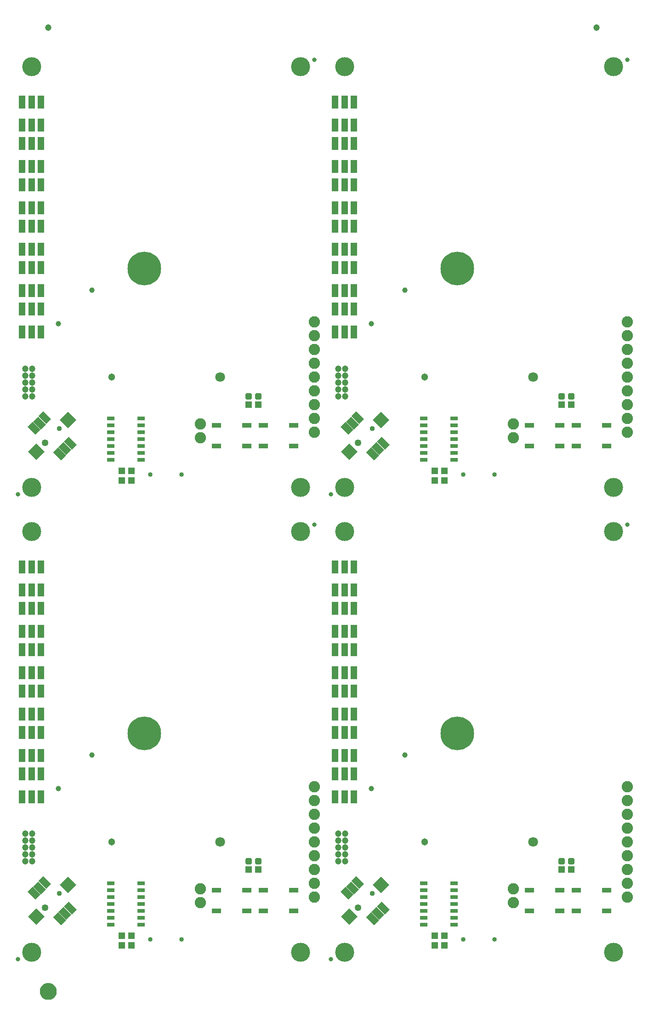
<source format=gts>
G04 EAGLE Gerber RS-274X export*
G75*
%MOMM*%
%FSLAX34Y34*%
%LPD*%
%INSoldermask Top*%
%IPPOS*%
%AMOC8*
5,1,8,0,0,1.08239X$1,22.5*%
G01*
%ADD10R,1.203200X1.303200*%
%ADD11C,0.505344*%
%ADD12R,1.203200X2.403200*%
%ADD13R,1.303200X2.403200*%
%ADD14C,6.203200*%
%ADD15C,1.303200*%
%ADD16C,1.803200*%
%ADD17C,0.853200*%
%ADD18C,2.082800*%
%ADD19R,1.303200X1.203200*%
%ADD20R,1.727200X0.965200*%
%ADD21R,2.053200X1.303200*%
%ADD22R,2.103200X2.203200*%
%ADD23C,0.953200*%
%ADD24C,1.253200*%
%ADD25R,1.403200X0.803200*%
%ADD26C,3.505200*%
%ADD27C,0.838200*%
%ADD28C,1.203200*%
%ADD29C,1.003200*%
%ADD30C,1.270000*%
%ADD31C,1.703200*%


D10*
X222250Y55490D03*
X222250Y38490D03*
D11*
X452320Y189550D02*
X452320Y196530D01*
X459300Y196530D01*
X459300Y189550D01*
X452320Y189550D01*
X452320Y194350D02*
X459300Y194350D01*
X434780Y196530D02*
X434780Y189550D01*
X434780Y196530D02*
X441760Y196530D01*
X441760Y189550D01*
X434780Y189550D01*
X434780Y194350D02*
X441760Y194350D01*
D12*
X55600Y353900D03*
D13*
X38100Y353900D03*
D12*
X20600Y353900D03*
X20600Y311900D03*
D13*
X38100Y311900D03*
D12*
X55600Y311900D03*
X55600Y430100D03*
D13*
X38100Y430100D03*
D12*
X20600Y430100D03*
X20600Y388100D03*
D13*
X38100Y388100D03*
D12*
X55600Y388100D03*
X55600Y506300D03*
D13*
X38100Y506300D03*
D12*
X20600Y506300D03*
X20600Y464300D03*
D13*
X38100Y464300D03*
D12*
X55600Y464300D03*
X55600Y582500D03*
D13*
X38100Y582500D03*
D12*
X20600Y582500D03*
X20600Y540500D03*
D13*
X38100Y540500D03*
D12*
X55600Y540500D03*
X55600Y658700D03*
D13*
X38100Y658700D03*
D12*
X20600Y658700D03*
X20600Y616700D03*
D13*
X38100Y616700D03*
D12*
X55600Y616700D03*
X55600Y734900D03*
D13*
X38100Y734900D03*
D12*
X20600Y734900D03*
X20600Y692900D03*
D13*
X38100Y692900D03*
D12*
X55600Y692900D03*
D14*
X245800Y428650D03*
D15*
X185750Y228600D03*
D16*
X385750Y228600D03*
D17*
X314650Y49050D03*
X256850Y49050D03*
D18*
X349250Y116840D03*
X349250Y142240D03*
D19*
X438540Y177800D03*
X455540Y177800D03*
D10*
X204470Y55490D03*
X204470Y38490D03*
D20*
X378460Y139700D03*
X434340Y139700D03*
X378460Y101600D03*
X434340Y101600D03*
X464820Y139700D03*
X520700Y139700D03*
X464820Y101600D03*
X520700Y101600D03*
D21*
G36*
X65239Y142195D02*
X50722Y156712D01*
X59937Y165927D01*
X74454Y151410D01*
X65239Y142195D01*
G37*
G36*
X112262Y95172D02*
X97745Y109689D01*
X106960Y118904D01*
X121477Y104387D01*
X112262Y95172D01*
G37*
G36*
X45440Y122396D02*
X30923Y136913D01*
X40138Y146128D01*
X54655Y131611D01*
X45440Y122396D01*
G37*
G36*
X55340Y132295D02*
X40823Y146812D01*
X50038Y156027D01*
X64555Y141510D01*
X55340Y132295D01*
G37*
G36*
X92463Y75373D02*
X77946Y89890D01*
X87161Y99105D01*
X101678Y84588D01*
X92463Y75373D01*
G37*
G36*
X102362Y85273D02*
X87845Y99790D01*
X97060Y109005D01*
X111577Y94488D01*
X102362Y85273D01*
G37*
D22*
G36*
X105051Y134629D02*
X90179Y149501D01*
X105757Y165079D01*
X120629Y150207D01*
X105051Y134629D01*
G37*
G36*
X46643Y76221D02*
X31771Y91093D01*
X47349Y106671D01*
X62221Y91799D01*
X46643Y76221D01*
G37*
D23*
X89635Y134085D03*
D24*
X62765Y107215D03*
D25*
X240090Y76200D03*
X240090Y88900D03*
X240090Y101600D03*
X240090Y114300D03*
X240090Y127000D03*
X240090Y139700D03*
X240090Y152400D03*
X184090Y152400D03*
X184090Y139700D03*
X184090Y127000D03*
X184090Y114300D03*
X184090Y101600D03*
X184090Y88900D03*
X184090Y76200D03*
D26*
X533400Y25400D03*
X38100Y25400D03*
X533400Y800100D03*
X38100Y800100D03*
D27*
X12700Y12700D03*
X558800Y812800D03*
D28*
X39370Y231140D03*
X39370Y218440D03*
X39370Y205740D03*
X39370Y193040D03*
X39370Y243840D03*
X26670Y231140D03*
X26670Y218440D03*
X26670Y205740D03*
X26670Y193040D03*
X26670Y243840D03*
D29*
X87990Y326760D03*
X149490Y388260D03*
D18*
X558800Y127000D03*
X558800Y152400D03*
X558800Y177800D03*
X558800Y203200D03*
X558800Y228600D03*
X558800Y254000D03*
X558800Y279400D03*
X558800Y304800D03*
X558800Y330200D03*
D10*
X798830Y55490D03*
X798830Y38490D03*
D11*
X1028900Y189550D02*
X1028900Y196530D01*
X1035880Y196530D01*
X1035880Y189550D01*
X1028900Y189550D01*
X1028900Y194350D02*
X1035880Y194350D01*
X1011360Y196530D02*
X1011360Y189550D01*
X1011360Y196530D02*
X1018340Y196530D01*
X1018340Y189550D01*
X1011360Y189550D01*
X1011360Y194350D02*
X1018340Y194350D01*
D12*
X632180Y353900D03*
D13*
X614680Y353900D03*
D12*
X597180Y353900D03*
X597180Y311900D03*
D13*
X614680Y311900D03*
D12*
X632180Y311900D03*
X632180Y430100D03*
D13*
X614680Y430100D03*
D12*
X597180Y430100D03*
X597180Y388100D03*
D13*
X614680Y388100D03*
D12*
X632180Y388100D03*
X632180Y506300D03*
D13*
X614680Y506300D03*
D12*
X597180Y506300D03*
X597180Y464300D03*
D13*
X614680Y464300D03*
D12*
X632180Y464300D03*
X632180Y582500D03*
D13*
X614680Y582500D03*
D12*
X597180Y582500D03*
X597180Y540500D03*
D13*
X614680Y540500D03*
D12*
X632180Y540500D03*
X632180Y658700D03*
D13*
X614680Y658700D03*
D12*
X597180Y658700D03*
X597180Y616700D03*
D13*
X614680Y616700D03*
D12*
X632180Y616700D03*
X632180Y734900D03*
D13*
X614680Y734900D03*
D12*
X597180Y734900D03*
X597180Y692900D03*
D13*
X614680Y692900D03*
D12*
X632180Y692900D03*
D14*
X822380Y428650D03*
D15*
X762330Y228600D03*
D16*
X962330Y228600D03*
D17*
X891230Y49050D03*
X833430Y49050D03*
D18*
X925830Y116840D03*
X925830Y142240D03*
D19*
X1015120Y177800D03*
X1032120Y177800D03*
D10*
X781050Y55490D03*
X781050Y38490D03*
D20*
X955040Y139700D03*
X1010920Y139700D03*
X955040Y101600D03*
X1010920Y101600D03*
X1041400Y139700D03*
X1097280Y139700D03*
X1041400Y101600D03*
X1097280Y101600D03*
D21*
G36*
X641819Y142195D02*
X627302Y156712D01*
X636517Y165927D01*
X651034Y151410D01*
X641819Y142195D01*
G37*
G36*
X688842Y95172D02*
X674325Y109689D01*
X683540Y118904D01*
X698057Y104387D01*
X688842Y95172D01*
G37*
G36*
X622020Y122396D02*
X607503Y136913D01*
X616718Y146128D01*
X631235Y131611D01*
X622020Y122396D01*
G37*
G36*
X631920Y132295D02*
X617403Y146812D01*
X626618Y156027D01*
X641135Y141510D01*
X631920Y132295D01*
G37*
G36*
X669043Y75373D02*
X654526Y89890D01*
X663741Y99105D01*
X678258Y84588D01*
X669043Y75373D01*
G37*
G36*
X678942Y85273D02*
X664425Y99790D01*
X673640Y109005D01*
X688157Y94488D01*
X678942Y85273D01*
G37*
D22*
G36*
X681631Y134629D02*
X666759Y149501D01*
X682337Y165079D01*
X697209Y150207D01*
X681631Y134629D01*
G37*
G36*
X623223Y76221D02*
X608351Y91093D01*
X623929Y106671D01*
X638801Y91799D01*
X623223Y76221D01*
G37*
D23*
X666215Y134085D03*
D24*
X639345Y107215D03*
D25*
X816670Y76200D03*
X816670Y88900D03*
X816670Y101600D03*
X816670Y114300D03*
X816670Y127000D03*
X816670Y139700D03*
X816670Y152400D03*
X760670Y152400D03*
X760670Y139700D03*
X760670Y127000D03*
X760670Y114300D03*
X760670Y101600D03*
X760670Y88900D03*
X760670Y76200D03*
D26*
X1109980Y25400D03*
X614680Y25400D03*
X1109980Y800100D03*
X614680Y800100D03*
D27*
X589280Y12700D03*
X1135380Y812800D03*
D28*
X615950Y231140D03*
X615950Y218440D03*
X615950Y205740D03*
X615950Y193040D03*
X615950Y243840D03*
X603250Y231140D03*
X603250Y218440D03*
X603250Y205740D03*
X603250Y193040D03*
X603250Y243840D03*
D29*
X664570Y326760D03*
X726070Y388260D03*
D18*
X1135380Y127000D03*
X1135380Y152400D03*
X1135380Y177800D03*
X1135380Y203200D03*
X1135380Y228600D03*
X1135380Y254000D03*
X1135380Y279400D03*
X1135380Y304800D03*
X1135380Y330200D03*
D10*
X222250Y911470D03*
X222250Y894470D03*
D11*
X452320Y1045530D02*
X452320Y1052510D01*
X459300Y1052510D01*
X459300Y1045530D01*
X452320Y1045530D01*
X452320Y1050330D02*
X459300Y1050330D01*
X434780Y1052510D02*
X434780Y1045530D01*
X434780Y1052510D02*
X441760Y1052510D01*
X441760Y1045530D01*
X434780Y1045530D01*
X434780Y1050330D02*
X441760Y1050330D01*
D12*
X55600Y1209880D03*
D13*
X38100Y1209880D03*
D12*
X20600Y1209880D03*
X20600Y1167880D03*
D13*
X38100Y1167880D03*
D12*
X55600Y1167880D03*
X55600Y1286080D03*
D13*
X38100Y1286080D03*
D12*
X20600Y1286080D03*
X20600Y1244080D03*
D13*
X38100Y1244080D03*
D12*
X55600Y1244080D03*
X55600Y1362280D03*
D13*
X38100Y1362280D03*
D12*
X20600Y1362280D03*
X20600Y1320280D03*
D13*
X38100Y1320280D03*
D12*
X55600Y1320280D03*
X55600Y1438480D03*
D13*
X38100Y1438480D03*
D12*
X20600Y1438480D03*
X20600Y1396480D03*
D13*
X38100Y1396480D03*
D12*
X55600Y1396480D03*
X55600Y1514680D03*
D13*
X38100Y1514680D03*
D12*
X20600Y1514680D03*
X20600Y1472680D03*
D13*
X38100Y1472680D03*
D12*
X55600Y1472680D03*
X55600Y1590880D03*
D13*
X38100Y1590880D03*
D12*
X20600Y1590880D03*
X20600Y1548880D03*
D13*
X38100Y1548880D03*
D12*
X55600Y1548880D03*
D14*
X245800Y1284630D03*
D15*
X185750Y1084580D03*
D16*
X385750Y1084580D03*
D17*
X314650Y905030D03*
X256850Y905030D03*
D18*
X349250Y972820D03*
X349250Y998220D03*
D19*
X438540Y1033780D03*
X455540Y1033780D03*
D10*
X204470Y911470D03*
X204470Y894470D03*
D20*
X378460Y995680D03*
X434340Y995680D03*
X378460Y957580D03*
X434340Y957580D03*
X464820Y995680D03*
X520700Y995680D03*
X464820Y957580D03*
X520700Y957580D03*
D21*
G36*
X65239Y998175D02*
X50722Y1012692D01*
X59937Y1021907D01*
X74454Y1007390D01*
X65239Y998175D01*
G37*
G36*
X112262Y951152D02*
X97745Y965669D01*
X106960Y974884D01*
X121477Y960367D01*
X112262Y951152D01*
G37*
G36*
X45440Y978376D02*
X30923Y992893D01*
X40138Y1002108D01*
X54655Y987591D01*
X45440Y978376D01*
G37*
G36*
X55340Y988275D02*
X40823Y1002792D01*
X50038Y1012007D01*
X64555Y997490D01*
X55340Y988275D01*
G37*
G36*
X92463Y931353D02*
X77946Y945870D01*
X87161Y955085D01*
X101678Y940568D01*
X92463Y931353D01*
G37*
G36*
X102362Y941253D02*
X87845Y955770D01*
X97060Y964985D01*
X111577Y950468D01*
X102362Y941253D01*
G37*
D22*
G36*
X105051Y990609D02*
X90179Y1005481D01*
X105757Y1021059D01*
X120629Y1006187D01*
X105051Y990609D01*
G37*
G36*
X46643Y932201D02*
X31771Y947073D01*
X47349Y962651D01*
X62221Y947779D01*
X46643Y932201D01*
G37*
D23*
X89635Y990065D03*
D24*
X62765Y963195D03*
D25*
X240090Y932180D03*
X240090Y944880D03*
X240090Y957580D03*
X240090Y970280D03*
X240090Y982980D03*
X240090Y995680D03*
X240090Y1008380D03*
X184090Y1008380D03*
X184090Y995680D03*
X184090Y982980D03*
X184090Y970280D03*
X184090Y957580D03*
X184090Y944880D03*
X184090Y932180D03*
D26*
X533400Y881380D03*
X38100Y881380D03*
X533400Y1656080D03*
X38100Y1656080D03*
D27*
X12700Y868680D03*
X558800Y1668780D03*
D28*
X39370Y1087120D03*
X39370Y1074420D03*
X39370Y1061720D03*
X39370Y1049020D03*
X39370Y1099820D03*
X26670Y1087120D03*
X26670Y1074420D03*
X26670Y1061720D03*
X26670Y1049020D03*
X26670Y1099820D03*
D29*
X87990Y1182740D03*
X149490Y1244240D03*
D18*
X558800Y982980D03*
X558800Y1008380D03*
X558800Y1033780D03*
X558800Y1059180D03*
X558800Y1084580D03*
X558800Y1109980D03*
X558800Y1135380D03*
X558800Y1160780D03*
X558800Y1186180D03*
D10*
X798830Y911470D03*
X798830Y894470D03*
D11*
X1028900Y1045530D02*
X1028900Y1052510D01*
X1035880Y1052510D01*
X1035880Y1045530D01*
X1028900Y1045530D01*
X1028900Y1050330D02*
X1035880Y1050330D01*
X1011360Y1052510D02*
X1011360Y1045530D01*
X1011360Y1052510D02*
X1018340Y1052510D01*
X1018340Y1045530D01*
X1011360Y1045530D01*
X1011360Y1050330D02*
X1018340Y1050330D01*
D12*
X632180Y1209880D03*
D13*
X614680Y1209880D03*
D12*
X597180Y1209880D03*
X597180Y1167880D03*
D13*
X614680Y1167880D03*
D12*
X632180Y1167880D03*
X632180Y1286080D03*
D13*
X614680Y1286080D03*
D12*
X597180Y1286080D03*
X597180Y1244080D03*
D13*
X614680Y1244080D03*
D12*
X632180Y1244080D03*
X632180Y1362280D03*
D13*
X614680Y1362280D03*
D12*
X597180Y1362280D03*
X597180Y1320280D03*
D13*
X614680Y1320280D03*
D12*
X632180Y1320280D03*
X632180Y1438480D03*
D13*
X614680Y1438480D03*
D12*
X597180Y1438480D03*
X597180Y1396480D03*
D13*
X614680Y1396480D03*
D12*
X632180Y1396480D03*
X632180Y1514680D03*
D13*
X614680Y1514680D03*
D12*
X597180Y1514680D03*
X597180Y1472680D03*
D13*
X614680Y1472680D03*
D12*
X632180Y1472680D03*
X632180Y1590880D03*
D13*
X614680Y1590880D03*
D12*
X597180Y1590880D03*
X597180Y1548880D03*
D13*
X614680Y1548880D03*
D12*
X632180Y1548880D03*
D14*
X822380Y1284630D03*
D15*
X762330Y1084580D03*
D16*
X962330Y1084580D03*
D17*
X891230Y905030D03*
X833430Y905030D03*
D18*
X925830Y972820D03*
X925830Y998220D03*
D19*
X1015120Y1033780D03*
X1032120Y1033780D03*
D10*
X781050Y911470D03*
X781050Y894470D03*
D20*
X955040Y995680D03*
X1010920Y995680D03*
X955040Y957580D03*
X1010920Y957580D03*
X1041400Y995680D03*
X1097280Y995680D03*
X1041400Y957580D03*
X1097280Y957580D03*
D21*
G36*
X641819Y998175D02*
X627302Y1012692D01*
X636517Y1021907D01*
X651034Y1007390D01*
X641819Y998175D01*
G37*
G36*
X688842Y951152D02*
X674325Y965669D01*
X683540Y974884D01*
X698057Y960367D01*
X688842Y951152D01*
G37*
G36*
X622020Y978376D02*
X607503Y992893D01*
X616718Y1002108D01*
X631235Y987591D01*
X622020Y978376D01*
G37*
G36*
X631920Y988275D02*
X617403Y1002792D01*
X626618Y1012007D01*
X641135Y997490D01*
X631920Y988275D01*
G37*
G36*
X669043Y931353D02*
X654526Y945870D01*
X663741Y955085D01*
X678258Y940568D01*
X669043Y931353D01*
G37*
G36*
X678942Y941253D02*
X664425Y955770D01*
X673640Y964985D01*
X688157Y950468D01*
X678942Y941253D01*
G37*
D22*
G36*
X681631Y990609D02*
X666759Y1005481D01*
X682337Y1021059D01*
X697209Y1006187D01*
X681631Y990609D01*
G37*
G36*
X623223Y932201D02*
X608351Y947073D01*
X623929Y962651D01*
X638801Y947779D01*
X623223Y932201D01*
G37*
D23*
X666215Y990065D03*
D24*
X639345Y963195D03*
D25*
X816670Y932180D03*
X816670Y944880D03*
X816670Y957580D03*
X816670Y970280D03*
X816670Y982980D03*
X816670Y995680D03*
X816670Y1008380D03*
X760670Y1008380D03*
X760670Y995680D03*
X760670Y982980D03*
X760670Y970280D03*
X760670Y957580D03*
X760670Y944880D03*
X760670Y932180D03*
D26*
X1109980Y881380D03*
X614680Y881380D03*
X1109980Y1656080D03*
X614680Y1656080D03*
D27*
X589280Y868680D03*
X1135380Y1668780D03*
D28*
X615950Y1087120D03*
X615950Y1074420D03*
X615950Y1061720D03*
X615950Y1049020D03*
X615950Y1099820D03*
X603250Y1087120D03*
X603250Y1074420D03*
X603250Y1061720D03*
X603250Y1049020D03*
X603250Y1099820D03*
D29*
X664570Y1182740D03*
X726070Y1244240D03*
D18*
X1135380Y982980D03*
X1135380Y1008380D03*
X1135380Y1033780D03*
X1135380Y1059180D03*
X1135380Y1084580D03*
X1135380Y1109980D03*
X1135380Y1135380D03*
X1135380Y1160780D03*
X1135380Y1186180D03*
D28*
X68580Y1727835D03*
X1078865Y1727835D03*
D30*
X59525Y-46355D02*
X59528Y-46133D01*
X59536Y-45911D01*
X59550Y-45689D01*
X59569Y-45467D01*
X59593Y-45247D01*
X59623Y-45026D01*
X59658Y-44807D01*
X59699Y-44588D01*
X59745Y-44371D01*
X59796Y-44155D01*
X59853Y-43940D01*
X59915Y-43726D01*
X59982Y-43515D01*
X60054Y-43304D01*
X60132Y-43096D01*
X60214Y-42890D01*
X60302Y-42686D01*
X60394Y-42483D01*
X60492Y-42284D01*
X60594Y-42087D01*
X60701Y-41892D01*
X60813Y-41700D01*
X60930Y-41511D01*
X61051Y-41324D01*
X61177Y-41141D01*
X61307Y-40961D01*
X61442Y-40784D01*
X61580Y-40611D01*
X61723Y-40441D01*
X61871Y-40274D01*
X62022Y-40111D01*
X62177Y-39952D01*
X62336Y-39797D01*
X62499Y-39646D01*
X62666Y-39498D01*
X62836Y-39355D01*
X63009Y-39217D01*
X63186Y-39082D01*
X63366Y-38952D01*
X63549Y-38826D01*
X63736Y-38705D01*
X63925Y-38588D01*
X64117Y-38476D01*
X64312Y-38369D01*
X64509Y-38267D01*
X64708Y-38169D01*
X64911Y-38077D01*
X65115Y-37989D01*
X65321Y-37907D01*
X65529Y-37829D01*
X65740Y-37757D01*
X65951Y-37690D01*
X66165Y-37628D01*
X66380Y-37571D01*
X66596Y-37520D01*
X66813Y-37474D01*
X67032Y-37433D01*
X67251Y-37398D01*
X67472Y-37368D01*
X67692Y-37344D01*
X67914Y-37325D01*
X68136Y-37311D01*
X68358Y-37303D01*
X68580Y-37300D01*
X68802Y-37303D01*
X69024Y-37311D01*
X69246Y-37325D01*
X69468Y-37344D01*
X69688Y-37368D01*
X69909Y-37398D01*
X70128Y-37433D01*
X70347Y-37474D01*
X70564Y-37520D01*
X70780Y-37571D01*
X70995Y-37628D01*
X71209Y-37690D01*
X71420Y-37757D01*
X71631Y-37829D01*
X71839Y-37907D01*
X72045Y-37989D01*
X72249Y-38077D01*
X72452Y-38169D01*
X72651Y-38267D01*
X72848Y-38369D01*
X73043Y-38476D01*
X73235Y-38588D01*
X73424Y-38705D01*
X73611Y-38826D01*
X73794Y-38952D01*
X73974Y-39082D01*
X74151Y-39217D01*
X74324Y-39355D01*
X74494Y-39498D01*
X74661Y-39646D01*
X74824Y-39797D01*
X74983Y-39952D01*
X75138Y-40111D01*
X75289Y-40274D01*
X75437Y-40441D01*
X75580Y-40611D01*
X75718Y-40784D01*
X75853Y-40961D01*
X75983Y-41141D01*
X76109Y-41324D01*
X76230Y-41511D01*
X76347Y-41700D01*
X76459Y-41892D01*
X76566Y-42087D01*
X76668Y-42284D01*
X76766Y-42483D01*
X76858Y-42686D01*
X76946Y-42890D01*
X77028Y-43096D01*
X77106Y-43304D01*
X77178Y-43515D01*
X77245Y-43726D01*
X77307Y-43940D01*
X77364Y-44155D01*
X77415Y-44371D01*
X77461Y-44588D01*
X77502Y-44807D01*
X77537Y-45026D01*
X77567Y-45247D01*
X77591Y-45467D01*
X77610Y-45689D01*
X77624Y-45911D01*
X77632Y-46133D01*
X77635Y-46355D01*
X77632Y-46577D01*
X77624Y-46799D01*
X77610Y-47021D01*
X77591Y-47243D01*
X77567Y-47463D01*
X77537Y-47684D01*
X77502Y-47903D01*
X77461Y-48122D01*
X77415Y-48339D01*
X77364Y-48555D01*
X77307Y-48770D01*
X77245Y-48984D01*
X77178Y-49195D01*
X77106Y-49406D01*
X77028Y-49614D01*
X76946Y-49820D01*
X76858Y-50024D01*
X76766Y-50227D01*
X76668Y-50426D01*
X76566Y-50623D01*
X76459Y-50818D01*
X76347Y-51010D01*
X76230Y-51199D01*
X76109Y-51386D01*
X75983Y-51569D01*
X75853Y-51749D01*
X75718Y-51926D01*
X75580Y-52099D01*
X75437Y-52269D01*
X75289Y-52436D01*
X75138Y-52599D01*
X74983Y-52758D01*
X74824Y-52913D01*
X74661Y-53064D01*
X74494Y-53212D01*
X74324Y-53355D01*
X74151Y-53493D01*
X73974Y-53628D01*
X73794Y-53758D01*
X73611Y-53884D01*
X73424Y-54005D01*
X73235Y-54122D01*
X73043Y-54234D01*
X72848Y-54341D01*
X72651Y-54443D01*
X72452Y-54541D01*
X72249Y-54633D01*
X72045Y-54721D01*
X71839Y-54803D01*
X71631Y-54881D01*
X71420Y-54953D01*
X71209Y-55020D01*
X70995Y-55082D01*
X70780Y-55139D01*
X70564Y-55190D01*
X70347Y-55236D01*
X70128Y-55277D01*
X69909Y-55312D01*
X69688Y-55342D01*
X69468Y-55366D01*
X69246Y-55385D01*
X69024Y-55399D01*
X68802Y-55407D01*
X68580Y-55410D01*
X68358Y-55407D01*
X68136Y-55399D01*
X67914Y-55385D01*
X67692Y-55366D01*
X67472Y-55342D01*
X67251Y-55312D01*
X67032Y-55277D01*
X66813Y-55236D01*
X66596Y-55190D01*
X66380Y-55139D01*
X66165Y-55082D01*
X65951Y-55020D01*
X65740Y-54953D01*
X65529Y-54881D01*
X65321Y-54803D01*
X65115Y-54721D01*
X64911Y-54633D01*
X64708Y-54541D01*
X64509Y-54443D01*
X64312Y-54341D01*
X64117Y-54234D01*
X63925Y-54122D01*
X63736Y-54005D01*
X63549Y-53884D01*
X63366Y-53758D01*
X63186Y-53628D01*
X63009Y-53493D01*
X62836Y-53355D01*
X62666Y-53212D01*
X62499Y-53064D01*
X62336Y-52913D01*
X62177Y-52758D01*
X62022Y-52599D01*
X61871Y-52436D01*
X61723Y-52269D01*
X61580Y-52099D01*
X61442Y-51926D01*
X61307Y-51749D01*
X61177Y-51569D01*
X61051Y-51386D01*
X60930Y-51199D01*
X60813Y-51010D01*
X60701Y-50818D01*
X60594Y-50623D01*
X60492Y-50426D01*
X60394Y-50227D01*
X60302Y-50024D01*
X60214Y-49820D01*
X60132Y-49614D01*
X60054Y-49406D01*
X59982Y-49195D01*
X59915Y-48984D01*
X59853Y-48770D01*
X59796Y-48555D01*
X59745Y-48339D01*
X59699Y-48122D01*
X59658Y-47903D01*
X59623Y-47684D01*
X59593Y-47463D01*
X59569Y-47243D01*
X59550Y-47021D01*
X59536Y-46799D01*
X59528Y-46577D01*
X59525Y-46355D01*
D31*
X68580Y-46355D03*
M02*

</source>
